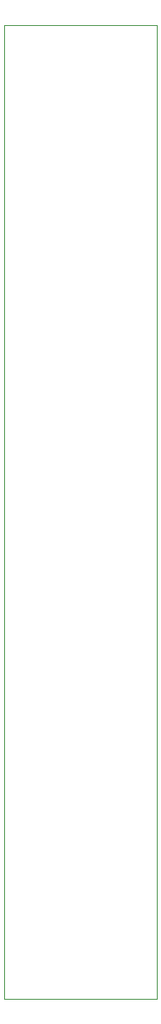
<source format=gbr>
%TF.GenerationSoftware,KiCad,Pcbnew,(6.0.0-rc1-415-g653c7b78d7)*%
%TF.CreationDate,2021-12-14T13:23:56-08:00*%
%TF.ProjectId,Emitter,456d6974-7465-4722-9e6b-696361645f70,rev?*%
%TF.SameCoordinates,Original*%
%TF.FileFunction,Profile,NP*%
%FSLAX46Y46*%
G04 Gerber Fmt 4.6, Leading zero omitted, Abs format (unit mm)*
G04 Created by KiCad (PCBNEW (6.0.0-rc1-415-g653c7b78d7)) date 2021-12-14 13:23:56*
%MOMM*%
%LPD*%
G01*
G04 APERTURE LIST*
%TA.AperFunction,Profile*%
%ADD10C,0.100000*%
%TD*%
G04 APERTURE END LIST*
D10*
X136505000Y-139495000D02*
X152005000Y-139495000D01*
X152005000Y-139495000D02*
X152005000Y-40995000D01*
X152005000Y-40995000D02*
X136505000Y-40995000D01*
X136505000Y-40995000D02*
X136505000Y-139495000D01*
M02*

</source>
